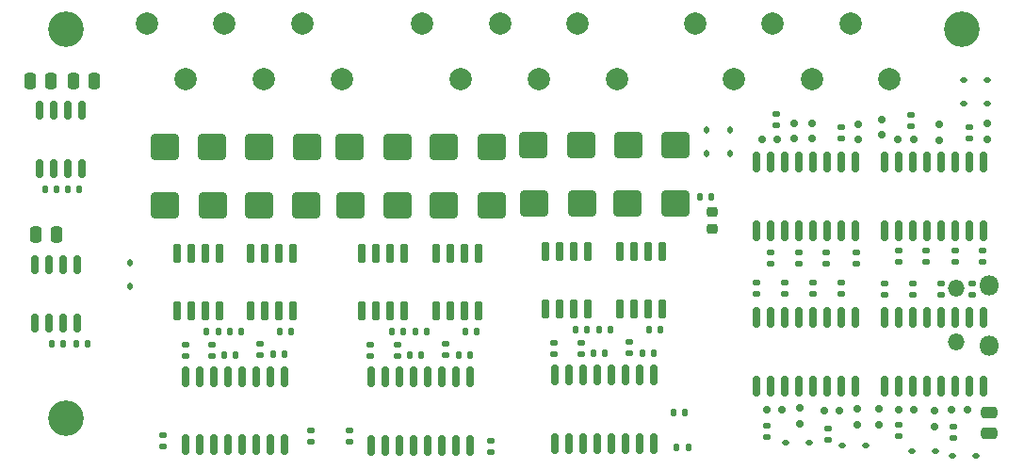
<source format=gbr>
%TF.GenerationSoftware,KiCad,Pcbnew,7.0.9-7.0.9~ubuntu22.04.1*%
%TF.CreationDate,2023-12-10T20:03:09+01:00*%
%TF.ProjectId,door_if4_usb.v2,646f6f72-5f69-4663-945f-7573622e7632,rev?*%
%TF.SameCoordinates,Original*%
%TF.FileFunction,Soldermask,Top*%
%TF.FilePolarity,Negative*%
%FSLAX46Y46*%
G04 Gerber Fmt 4.6, Leading zero omitted, Abs format (unit mm)*
G04 Created by KiCad (PCBNEW 7.0.9-7.0.9~ubuntu22.04.1) date 2023-12-10 20:03:09*
%MOMM*%
%LPD*%
G01*
G04 APERTURE LIST*
G04 Aperture macros list*
%AMRoundRect*
0 Rectangle with rounded corners*
0 $1 Rounding radius*
0 $2 $3 $4 $5 $6 $7 $8 $9 X,Y pos of 4 corners*
0 Add a 4 corners polygon primitive as box body*
4,1,4,$2,$3,$4,$5,$6,$7,$8,$9,$2,$3,0*
0 Add four circle primitives for the rounded corners*
1,1,$1+$1,$2,$3*
1,1,$1+$1,$4,$5*
1,1,$1+$1,$6,$7*
1,1,$1+$1,$8,$9*
0 Add four rect primitives between the rounded corners*
20,1,$1+$1,$2,$3,$4,$5,0*
20,1,$1+$1,$4,$5,$6,$7,0*
20,1,$1+$1,$6,$7,$8,$9,0*
20,1,$1+$1,$8,$9,$2,$3,0*%
G04 Aperture macros list end*
%ADD10C,2.000000*%
%ADD11RoundRect,0.112500X0.187500X0.112500X-0.187500X0.112500X-0.187500X-0.112500X0.187500X-0.112500X0*%
%ADD12RoundRect,0.150000X-0.200000X0.150000X-0.200000X-0.150000X0.200000X-0.150000X0.200000X0.150000X0*%
%ADD13RoundRect,0.250000X-1.000000X-0.900000X1.000000X-0.900000X1.000000X0.900000X-1.000000X0.900000X0*%
%ADD14RoundRect,0.135000X0.185000X-0.135000X0.185000X0.135000X-0.185000X0.135000X-0.185000X-0.135000X0*%
%ADD15RoundRect,0.150000X-0.150000X-0.200000X0.150000X-0.200000X0.150000X0.200000X-0.150000X0.200000X0*%
%ADD16RoundRect,0.135000X-0.185000X0.135000X-0.185000X-0.135000X0.185000X-0.135000X0.185000X0.135000X0*%
%ADD17RoundRect,0.150000X0.200000X-0.150000X0.200000X0.150000X-0.200000X0.150000X-0.200000X-0.150000X0*%
%ADD18RoundRect,0.162500X-0.162500X0.750000X-0.162500X-0.750000X0.162500X-0.750000X0.162500X0.750000X0*%
%ADD19RoundRect,0.250000X1.000000X0.900000X-1.000000X0.900000X-1.000000X-0.900000X1.000000X-0.900000X0*%
%ADD20RoundRect,0.135000X-0.135000X-0.185000X0.135000X-0.185000X0.135000X0.185000X-0.135000X0.185000X0*%
%ADD21C,3.200000*%
%ADD22RoundRect,0.135000X0.135000X0.185000X-0.135000X0.185000X-0.135000X-0.185000X0.135000X-0.185000X0*%
%ADD23RoundRect,0.150000X0.150000X-0.725000X0.150000X0.725000X-0.150000X0.725000X-0.150000X-0.725000X0*%
%ADD24RoundRect,0.250000X-0.250000X-0.475000X0.250000X-0.475000X0.250000X0.475000X-0.250000X0.475000X0*%
%ADD25RoundRect,0.218750X0.256250X-0.218750X0.256250X0.218750X-0.256250X0.218750X-0.256250X-0.218750X0*%
%ADD26RoundRect,0.112500X0.112500X-0.187500X0.112500X0.187500X-0.112500X0.187500X-0.112500X-0.187500X0*%
%ADD27RoundRect,0.150000X0.150000X-0.675000X0.150000X0.675000X-0.150000X0.675000X-0.150000X-0.675000X0*%
%ADD28RoundRect,0.150000X0.150000X0.200000X-0.150000X0.200000X-0.150000X-0.200000X0.150000X-0.200000X0*%
%ADD29RoundRect,0.162500X0.162500X-0.750000X0.162500X0.750000X-0.162500X0.750000X-0.162500X-0.750000X0*%
%ADD30RoundRect,0.250000X-0.475000X0.250000X-0.475000X-0.250000X0.475000X-0.250000X0.475000X0.250000X0*%
%ADD31RoundRect,0.250000X0.250000X0.475000X-0.250000X0.475000X-0.250000X-0.475000X0.250000X-0.475000X0*%
%ADD32O,1.800000X1.800000*%
%ADD33O,1.500000X1.500000*%
G04 APERTURE END LIST*
D10*
%TO.C,J1*%
X139000000Y-99500000D03*
X135500000Y-94500000D03*
X132000000Y-99500000D03*
X128500000Y-94500000D03*
X125000000Y-99500000D03*
X121500000Y-94500000D03*
%TD*%
D11*
%TO.C,D2*%
X147750000Y-99600000D03*
X145650000Y-99600000D03*
%TD*%
D12*
%TO.C,D28*%
X136150000Y-104950000D03*
X136150000Y-103550000D03*
%TD*%
D13*
%TO.C,D24*%
X73900000Y-110850000D03*
X78200000Y-110850000D03*
%TD*%
D14*
%TO.C,R8*%
X111300000Y-124210000D03*
X111300000Y-123190000D03*
%TD*%
D15*
%TO.C,D31*%
X141200000Y-129200000D03*
X139800000Y-129200000D03*
%TD*%
D14*
%TO.C,R60*%
X128800000Y-103660000D03*
X128800000Y-102640000D03*
%TD*%
D13*
%TO.C,D7*%
X115500000Y-105400000D03*
X119800000Y-105400000D03*
%TD*%
D16*
%TO.C,R22*%
X90500000Y-131090000D03*
X90500000Y-132110000D03*
%TD*%
D17*
%TO.C,D34*%
X138300000Y-103100000D03*
X138300000Y-104500000D03*
%TD*%
D18*
%TO.C,U3*%
X147445000Y-106912500D03*
X146175000Y-106912500D03*
X144905000Y-106912500D03*
X143635000Y-106912500D03*
X142365000Y-106912500D03*
X141095000Y-106912500D03*
X139825000Y-106912500D03*
X138555000Y-106912500D03*
X138555000Y-113087500D03*
X139825000Y-113087500D03*
X141095000Y-113087500D03*
X142365000Y-113087500D03*
X143635000Y-113087500D03*
X144905000Y-113087500D03*
X146175000Y-113087500D03*
X147445000Y-113087500D03*
%TD*%
D14*
%TO.C,R38*%
X75700000Y-124370000D03*
X75700000Y-123350000D03*
%TD*%
D19*
%TO.C,D22*%
X86600000Y-110850000D03*
X82300000Y-110850000D03*
%TD*%
D20*
%TO.C,R21*%
X65890000Y-123300000D03*
X66910000Y-123300000D03*
%TD*%
D19*
%TO.C,D9*%
X111300000Y-105400000D03*
X107000000Y-105400000D03*
%TD*%
D13*
%TO.C,D16*%
X90525000Y-110875000D03*
X94825000Y-110875000D03*
%TD*%
D21*
%TO.C,H3*%
X65000000Y-130000000D03*
%TD*%
D22*
%TO.C,R39*%
X80760000Y-122150000D03*
X79740000Y-122150000D03*
%TD*%
D14*
%TO.C,R54*%
X136000000Y-116110000D03*
X136000000Y-115090000D03*
%TD*%
%TO.C,R17*%
X139800000Y-115910000D03*
X139800000Y-114890000D03*
%TD*%
%TO.C,R55*%
X133350000Y-116060000D03*
X133350000Y-115040000D03*
%TD*%
D23*
%TO.C,Q4*%
X91570000Y-120350000D03*
X92840000Y-120350000D03*
X94110000Y-120350000D03*
X95380000Y-120350000D03*
X95380000Y-115200000D03*
X94110000Y-115200000D03*
X92840000Y-115200000D03*
X91570000Y-115200000D03*
%TD*%
D14*
%TO.C,R20*%
X140950000Y-103760000D03*
X140950000Y-102740000D03*
%TD*%
D20*
%TO.C,R5*%
X65190000Y-109400000D03*
X66210000Y-109400000D03*
%TD*%
D24*
%TO.C,C3*%
X61750000Y-99700000D03*
X63650000Y-99700000D03*
%TD*%
D25*
%TO.C,D1*%
X123100000Y-112987500D03*
X123100000Y-111412500D03*
%TD*%
D22*
%TO.C,R10*%
X113410000Y-124150000D03*
X112390000Y-124150000D03*
%TD*%
D17*
%TO.C,D27*%
X138050000Y-129150000D03*
X138050000Y-130550000D03*
%TD*%
D10*
%TO.C,J3*%
X89750000Y-99500000D03*
X86250000Y-94500000D03*
X82750000Y-99500000D03*
X79250000Y-94500000D03*
X75750000Y-99500000D03*
X72250000Y-94500000D03*
%TD*%
D14*
%TO.C,R29*%
X99075000Y-124335000D03*
X99075000Y-123315000D03*
%TD*%
D16*
%TO.C,R49*%
X146400000Y-117890000D03*
X146400000Y-118910000D03*
%TD*%
%TO.C,R66*%
X128000000Y-130640000D03*
X128000000Y-131660000D03*
%TD*%
D22*
%TO.C,R4*%
X120610000Y-129500000D03*
X119590000Y-129500000D03*
%TD*%
D16*
%TO.C,R52*%
X144750000Y-130730000D03*
X144750000Y-131750000D03*
%TD*%
D23*
%TO.C,Q6*%
X74945000Y-120325000D03*
X76215000Y-120325000D03*
X77485000Y-120325000D03*
X78755000Y-120325000D03*
X78755000Y-115175000D03*
X77485000Y-115175000D03*
X76215000Y-115175000D03*
X74945000Y-115175000D03*
%TD*%
D16*
%TO.C,R64*%
X132150000Y-117790000D03*
X132150000Y-118810000D03*
%TD*%
D22*
%TO.C,R2*%
X120910000Y-132600000D03*
X119890000Y-132600000D03*
%TD*%
D14*
%TO.C,R9*%
X115600000Y-124160000D03*
X115600000Y-123140000D03*
%TD*%
D22*
%TO.C,R45*%
X78660000Y-122150000D03*
X77640000Y-122150000D03*
%TD*%
%TO.C,R7*%
X113910000Y-122000000D03*
X112890000Y-122000000D03*
%TD*%
D11*
%TO.C,D10*%
X147750000Y-101700000D03*
X145650000Y-101700000D03*
%TD*%
D20*
%TO.C,R31*%
X100265000Y-124275000D03*
X101285000Y-124275000D03*
%TD*%
D14*
%TO.C,R56*%
X130850000Y-116060000D03*
X130850000Y-115040000D03*
%TD*%
D23*
%TO.C,Q1*%
X114745000Y-120175000D03*
X116015000Y-120175000D03*
X117285000Y-120175000D03*
X118555000Y-120175000D03*
X118555000Y-115025000D03*
X117285000Y-115025000D03*
X116015000Y-115025000D03*
X114745000Y-115025000D03*
%TD*%
D16*
%TO.C,R47*%
X141100000Y-117890000D03*
X141100000Y-118910000D03*
%TD*%
D19*
%TO.C,D25*%
X78150000Y-105550000D03*
X73850000Y-105550000D03*
%TD*%
D22*
%TO.C,R12*%
X118410000Y-122000000D03*
X117390000Y-122000000D03*
%TD*%
D23*
%TO.C,Q5*%
X81595000Y-120325000D03*
X82865000Y-120325000D03*
X84135000Y-120325000D03*
X85405000Y-120325000D03*
X85405000Y-115175000D03*
X84135000Y-115175000D03*
X82865000Y-115175000D03*
X81595000Y-115175000D03*
%TD*%
D17*
%TO.C,D35*%
X143050000Y-129300000D03*
X143050000Y-130700000D03*
%TD*%
D20*
%TO.C,R11*%
X116790000Y-124100000D03*
X117810000Y-124100000D03*
%TD*%
D26*
%TO.C,D12*%
X122600000Y-106150000D03*
X122600000Y-104050000D03*
%TD*%
D15*
%TO.C,D33*%
X129350000Y-129250000D03*
X127950000Y-129250000D03*
%TD*%
D26*
%TO.C,D18*%
X70700000Y-118100000D03*
X70700000Y-116000000D03*
%TD*%
D22*
%TO.C,R13*%
X111810000Y-122000000D03*
X110790000Y-122000000D03*
%TD*%
D14*
%TO.C,R18*%
X146200000Y-104860000D03*
X146200000Y-103840000D03*
%TD*%
D18*
%TO.C,U7*%
X135945000Y-106912500D03*
X134675000Y-106912500D03*
X133405000Y-106912500D03*
X132135000Y-106912500D03*
X130865000Y-106912500D03*
X129595000Y-106912500D03*
X128325000Y-106912500D03*
X127055000Y-106912500D03*
X127055000Y-113087500D03*
X128325000Y-113087500D03*
X129595000Y-113087500D03*
X130865000Y-113087500D03*
X132135000Y-113087500D03*
X133405000Y-113087500D03*
X134675000Y-113087500D03*
X135945000Y-113087500D03*
%TD*%
D22*
%TO.C,R30*%
X96885000Y-124325000D03*
X95865000Y-124325000D03*
%TD*%
D14*
%TO.C,R16*%
X142300000Y-115910000D03*
X142300000Y-114890000D03*
%TD*%
D12*
%TO.C,D30*%
X143450000Y-105000000D03*
X143450000Y-103600000D03*
%TD*%
D15*
%TO.C,D39*%
X146000000Y-129200000D03*
X144600000Y-129200000D03*
%TD*%
D12*
%TO.C,D37*%
X136100000Y-130550000D03*
X136100000Y-129150000D03*
%TD*%
D14*
%TO.C,R26*%
X92325000Y-124395000D03*
X92325000Y-123375000D03*
%TD*%
D22*
%TO.C,R27*%
X97385000Y-122175000D03*
X96365000Y-122175000D03*
%TD*%
D16*
%TO.C,R46*%
X138600000Y-117890000D03*
X138600000Y-118910000D03*
%TD*%
D27*
%TO.C,U10*%
X62195000Y-121425000D03*
X63465000Y-121425000D03*
X64735000Y-121425000D03*
X66005000Y-121425000D03*
X66005000Y-116175000D03*
X64735000Y-116175000D03*
X63465000Y-116175000D03*
X62195000Y-116175000D03*
%TD*%
D14*
%TO.C,R24*%
X103200000Y-133010000D03*
X103200000Y-131990000D03*
%TD*%
D12*
%TO.C,D29*%
X130900000Y-130450000D03*
X130900000Y-129050000D03*
%TD*%
D11*
%TO.C,D3*%
X143150000Y-132900000D03*
X141050000Y-132900000D03*
%TD*%
D14*
%TO.C,R57*%
X128300000Y-116060000D03*
X128300000Y-115040000D03*
%TD*%
D16*
%TO.C,R63*%
X129600000Y-117790000D03*
X129600000Y-118810000D03*
%TD*%
D13*
%TO.C,D8*%
X107050000Y-110700000D03*
X111350000Y-110700000D03*
%TD*%
%TO.C,D23*%
X82350000Y-105550000D03*
X86650000Y-105550000D03*
%TD*%
D22*
%TO.C,R42*%
X80260000Y-124300000D03*
X79240000Y-124300000D03*
%TD*%
D19*
%TO.C,D17*%
X94775000Y-105575000D03*
X90475000Y-105575000D03*
%TD*%
D11*
%TO.C,D5*%
X131750000Y-132200000D03*
X129650000Y-132200000D03*
%TD*%
D16*
%TO.C,R36*%
X87000000Y-131090000D03*
X87000000Y-132110000D03*
%TD*%
D28*
%TO.C,D38*%
X139750000Y-104950000D03*
X141150000Y-104950000D03*
%TD*%
D12*
%TO.C,D32*%
X132050000Y-104850000D03*
X132050000Y-103450000D03*
%TD*%
D29*
%TO.C,U8*%
X127055000Y-127087500D03*
X128325000Y-127087500D03*
X129595000Y-127087500D03*
X130865000Y-127087500D03*
X132135000Y-127087500D03*
X133405000Y-127087500D03*
X134675000Y-127087500D03*
X135945000Y-127087500D03*
X135945000Y-120912500D03*
X134675000Y-120912500D03*
X133405000Y-120912500D03*
X132135000Y-120912500D03*
X130865000Y-120912500D03*
X129595000Y-120912500D03*
X128325000Y-120912500D03*
X127055000Y-120912500D03*
%TD*%
D23*
%TO.C,Q2*%
X108095000Y-120175000D03*
X109365000Y-120175000D03*
X110635000Y-120175000D03*
X111905000Y-120175000D03*
X111905000Y-115025000D03*
X110635000Y-115025000D03*
X109365000Y-115025000D03*
X108095000Y-115025000D03*
%TD*%
D29*
%TO.C,U4*%
X92380000Y-132412500D03*
X93650000Y-132412500D03*
X94920000Y-132412500D03*
X96190000Y-132412500D03*
X97460000Y-132412500D03*
X98730000Y-132412500D03*
X100000000Y-132412500D03*
X101270000Y-132412500D03*
X101270000Y-126237500D03*
X100000000Y-126237500D03*
X98730000Y-126237500D03*
X97460000Y-126237500D03*
X96190000Y-126237500D03*
X94920000Y-126237500D03*
X93650000Y-126237500D03*
X92380000Y-126237500D03*
%TD*%
D16*
%TO.C,R68*%
X133500000Y-130880000D03*
X133500000Y-131900000D03*
%TD*%
D29*
%TO.C,U2*%
X108905000Y-132237500D03*
X110175000Y-132237500D03*
X111445000Y-132237500D03*
X112715000Y-132237500D03*
X113985000Y-132237500D03*
X115255000Y-132237500D03*
X116525000Y-132237500D03*
X117795000Y-132237500D03*
X117795000Y-126062500D03*
X116525000Y-126062500D03*
X115255000Y-126062500D03*
X113985000Y-126062500D03*
X112715000Y-126062500D03*
X111445000Y-126062500D03*
X110175000Y-126062500D03*
X108905000Y-126062500D03*
%TD*%
D20*
%TO.C,R3*%
X63090000Y-109400000D03*
X64110000Y-109400000D03*
%TD*%
D19*
%TO.C,D14*%
X103225000Y-110875000D03*
X98925000Y-110875000D03*
%TD*%
D10*
%TO.C,J2*%
X114500000Y-99500000D03*
X111000000Y-94500000D03*
X107500000Y-99500000D03*
X104000000Y-94500000D03*
X100500000Y-99500000D03*
X97000000Y-94500000D03*
%TD*%
D21*
%TO.C,H1*%
X145500000Y-95000000D03*
%TD*%
D15*
%TO.C,D41*%
X134500000Y-129300000D03*
X133100000Y-129300000D03*
%TD*%
D11*
%TO.C,D13*%
X136850000Y-132400000D03*
X134750000Y-132400000D03*
%TD*%
D23*
%TO.C,Q3*%
X98220000Y-120350000D03*
X99490000Y-120350000D03*
X100760000Y-120350000D03*
X102030000Y-120350000D03*
X102030000Y-115200000D03*
X100760000Y-115200000D03*
X99490000Y-115200000D03*
X98220000Y-115200000D03*
%TD*%
D28*
%TO.C,D40*%
X127550000Y-104900000D03*
X128950000Y-104900000D03*
%TD*%
D14*
%TO.C,R15*%
X144900000Y-115910000D03*
X144900000Y-114890000D03*
%TD*%
D13*
%TO.C,D15*%
X98975000Y-105575000D03*
X103275000Y-105575000D03*
%TD*%
D27*
%TO.C,U9*%
X62595000Y-107525000D03*
X63865000Y-107525000D03*
X65135000Y-107525000D03*
X66405000Y-107525000D03*
X66405000Y-102275000D03*
X65135000Y-102275000D03*
X63865000Y-102275000D03*
X62595000Y-102275000D03*
%TD*%
D20*
%TO.C,R19*%
X63700000Y-123300000D03*
X64720000Y-123300000D03*
%TD*%
D30*
%TO.C,C2*%
X148000000Y-129450000D03*
X148000000Y-131350000D03*
%TD*%
D22*
%TO.C,R33*%
X95285000Y-122175000D03*
X94265000Y-122175000D03*
%TD*%
D24*
%TO.C,C4*%
X62250000Y-113500000D03*
X64150000Y-113500000D03*
%TD*%
D22*
%TO.C,R44*%
X85260000Y-122150000D03*
X84240000Y-122150000D03*
%TD*%
D21*
%TO.C,H2*%
X65000000Y-95000000D03*
%TD*%
D22*
%TO.C,R32*%
X101885000Y-122175000D03*
X100865000Y-122175000D03*
%TD*%
D14*
%TO.C,R41*%
X82450000Y-124310000D03*
X82450000Y-123290000D03*
%TD*%
D16*
%TO.C,R50*%
X139800000Y-130600000D03*
X139800000Y-131620000D03*
%TD*%
D22*
%TO.C,R1*%
X123010000Y-110100000D03*
X121990000Y-110100000D03*
%TD*%
D14*
%TO.C,R6*%
X108850000Y-124220000D03*
X108850000Y-123200000D03*
%TD*%
D16*
%TO.C,R48*%
X143650000Y-117890000D03*
X143650000Y-118910000D03*
%TD*%
D14*
%TO.C,R14*%
X147400000Y-115910000D03*
X147400000Y-114890000D03*
%TD*%
D19*
%TO.C,D6*%
X119750000Y-110700000D03*
X115450000Y-110700000D03*
%TD*%
D14*
%TO.C,R34*%
X73700000Y-132510000D03*
X73700000Y-131490000D03*
%TD*%
D16*
%TO.C,R62*%
X127050000Y-117790000D03*
X127050000Y-118810000D03*
%TD*%
D12*
%TO.C,D26*%
X147800000Y-104900000D03*
X147800000Y-103500000D03*
%TD*%
D26*
%TO.C,D4*%
X124700000Y-106150000D03*
X124700000Y-104050000D03*
%TD*%
D31*
%TO.C,C1*%
X67550000Y-99700000D03*
X65650000Y-99700000D03*
%TD*%
D14*
%TO.C,R28*%
X94775000Y-124385000D03*
X94775000Y-123365000D03*
%TD*%
D16*
%TO.C,R65*%
X134700000Y-117790000D03*
X134700000Y-118810000D03*
%TD*%
D14*
%TO.C,R58*%
X134700000Y-104810000D03*
X134700000Y-103790000D03*
%TD*%
D29*
%TO.C,U6*%
X138555000Y-127087500D03*
X139825000Y-127087500D03*
X141095000Y-127087500D03*
X142365000Y-127087500D03*
X143635000Y-127087500D03*
X144905000Y-127087500D03*
X146175000Y-127087500D03*
X147445000Y-127087500D03*
X147445000Y-120912500D03*
X146175000Y-120912500D03*
X144905000Y-120912500D03*
X143635000Y-120912500D03*
X142365000Y-120912500D03*
X141095000Y-120912500D03*
X139825000Y-120912500D03*
X138555000Y-120912500D03*
%TD*%
D14*
%TO.C,R40*%
X78150000Y-124360000D03*
X78150000Y-123340000D03*
%TD*%
D20*
%TO.C,R43*%
X83640000Y-124250000D03*
X84660000Y-124250000D03*
%TD*%
D11*
%TO.C,D11*%
X146750000Y-133400000D03*
X144650000Y-133400000D03*
%TD*%
D12*
%TO.C,D36*%
X130450000Y-104850000D03*
X130450000Y-103450000D03*
%TD*%
D29*
%TO.C,U5*%
X75755000Y-132387500D03*
X77025000Y-132387500D03*
X78295000Y-132387500D03*
X79565000Y-132387500D03*
X80835000Y-132387500D03*
X82105000Y-132387500D03*
X83375000Y-132387500D03*
X84645000Y-132387500D03*
X84645000Y-126212500D03*
X83375000Y-126212500D03*
X82105000Y-126212500D03*
X80835000Y-126212500D03*
X79565000Y-126212500D03*
X78295000Y-126212500D03*
X77025000Y-126212500D03*
X75755000Y-126212500D03*
%TD*%
D32*
%TO.C,U1*%
X148000000Y-123450000D03*
D33*
X144970000Y-123150000D03*
X144970000Y-118300000D03*
D32*
X148000000Y-118000000D03*
%TD*%
M02*

</source>
